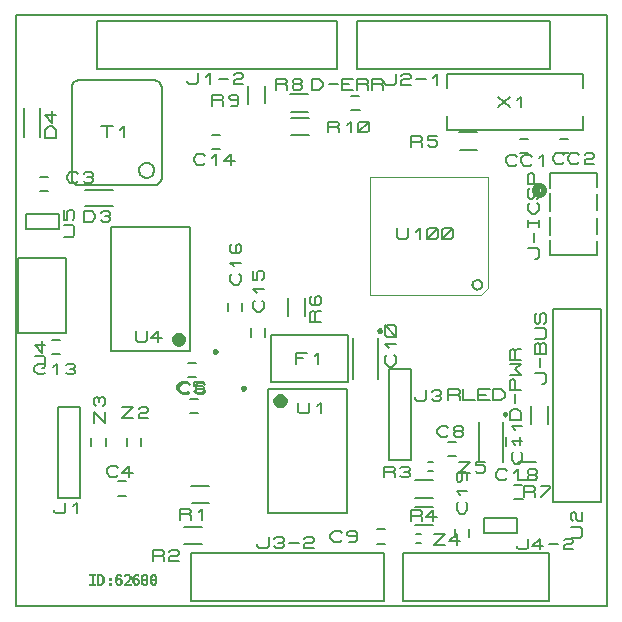
<source format=gto>
G04 PROTEUS RS274X GERBER FILE*
%FSLAX24Y24*%
%MOIN*%
%ADD33C,0.0080*%
%ADD36C,0.0098*%
%ADD37C,0.0078*%
%ADD38C,0.0236*%
%ADD39C,0.0040*%
%ADD10C,0.0200*%
%ADD40C,0.0060*%
%ADD41C,0.0025*%
G54D33*
X+0Y+0D02*
X+19685Y+0D01*
X+19685Y+19685D01*
X+0Y+19685D01*
X+0Y+0D01*
X+19685Y+0D01*
X+19685Y+19685D01*
X+0Y+19685D01*
X+0Y+0D01*
G54D36*
X+7627Y+7257D02*
X+7627Y+7260D01*
X+7626Y+7268D01*
X+7623Y+7276D01*
X+7619Y+7284D01*
X+7612Y+7292D01*
X+7604Y+7299D01*
X+7596Y+7303D01*
X+7588Y+7305D01*
X+7580Y+7306D01*
X+7578Y+7306D01*
X+7529Y+7257D02*
X+7529Y+7260D01*
X+7530Y+7268D01*
X+7533Y+7276D01*
X+7537Y+7284D01*
X+7544Y+7292D01*
X+7552Y+7299D01*
X+7560Y+7303D01*
X+7568Y+7305D01*
X+7576Y+7306D01*
X+7578Y+7306D01*
X+7529Y+7257D02*
X+7529Y+7254D01*
X+7530Y+7246D01*
X+7533Y+7238D01*
X+7537Y+7230D01*
X+7544Y+7222D01*
X+7552Y+7215D01*
X+7560Y+7211D01*
X+7568Y+7209D01*
X+7576Y+7208D01*
X+7578Y+7208D01*
X+7627Y+7257D02*
X+7627Y+7254D01*
X+7626Y+7246D01*
X+7623Y+7238D01*
X+7619Y+7230D01*
X+7612Y+7222D01*
X+7604Y+7215D01*
X+7596Y+7211D01*
X+7588Y+7209D01*
X+7580Y+7208D01*
X+7578Y+7208D01*
G54D37*
X+8405Y+3104D02*
X+11043Y+3104D01*
X+11043Y+7238D01*
X+8405Y+7238D01*
X+8405Y+3104D01*
G54D38*
X+8917Y+6844D02*
X+8917Y+6853D01*
X+8914Y+6872D01*
X+8907Y+6891D01*
X+8897Y+6910D01*
X+8881Y+6929D01*
X+8862Y+6944D01*
X+8843Y+6953D01*
X+8824Y+6959D01*
X+8805Y+6962D01*
X+8799Y+6962D01*
X+8681Y+6844D02*
X+8681Y+6853D01*
X+8684Y+6872D01*
X+8691Y+6891D01*
X+8701Y+6910D01*
X+8717Y+6929D01*
X+8736Y+6944D01*
X+8755Y+6953D01*
X+8774Y+6959D01*
X+8793Y+6962D01*
X+8799Y+6962D01*
X+8681Y+6844D02*
X+8681Y+6835D01*
X+8684Y+6816D01*
X+8691Y+6797D01*
X+8701Y+6778D01*
X+8717Y+6759D01*
X+8736Y+6744D01*
X+8755Y+6735D01*
X+8774Y+6729D01*
X+8793Y+6726D01*
X+8799Y+6726D01*
X+8917Y+6844D02*
X+8917Y+6835D01*
X+8914Y+6816D01*
X+8907Y+6797D01*
X+8897Y+6778D01*
X+8881Y+6759D01*
X+8862Y+6744D01*
X+8843Y+6735D01*
X+8824Y+6729D01*
X+8805Y+6726D01*
X+8799Y+6726D01*
G54D33*
X+9405Y+6777D02*
X+9405Y+6477D01*
X+9467Y+6417D01*
X+9717Y+6417D01*
X+9780Y+6477D01*
X+9780Y+6777D01*
X+10030Y+6657D02*
X+10155Y+6777D01*
X+10155Y+6417D01*
X+4167Y+5611D02*
X+4167Y+5341D01*
X+3687Y+5611D02*
X+3687Y+5331D01*
X+3534Y+6626D02*
X+3909Y+6626D01*
X+3534Y+6266D01*
X+3909Y+6266D01*
X+4096Y+6566D02*
X+4159Y+6626D01*
X+4346Y+6626D01*
X+4409Y+6566D01*
X+4409Y+6506D01*
X+4346Y+6446D01*
X+4159Y+6446D01*
X+4096Y+6386D01*
X+4096Y+6266D01*
X+4409Y+6266D01*
X+2984Y+5611D02*
X+2984Y+5341D01*
X+2504Y+5611D02*
X+2504Y+5331D01*
X+2593Y+6103D02*
X+2593Y+6478D01*
X+2953Y+6103D01*
X+2953Y+6478D01*
X+2653Y+6665D02*
X+2593Y+6728D01*
X+2593Y+6915D01*
X+2653Y+6978D01*
X+2713Y+6978D01*
X+2773Y+6915D01*
X+2833Y+6978D01*
X+2893Y+6978D01*
X+2953Y+6915D01*
X+2953Y+6728D01*
X+2893Y+6665D01*
X+2773Y+6790D02*
X+2773Y+6915D01*
X+5801Y+6907D02*
X+6071Y+6907D01*
X+5801Y+6427D02*
X+6081Y+6427D01*
X+5806Y+7127D02*
X+5743Y+7067D01*
X+5556Y+7067D01*
X+5431Y+7187D01*
X+5431Y+7307D01*
X+5556Y+7427D01*
X+5743Y+7427D01*
X+5806Y+7367D01*
X+6306Y+7367D02*
X+6243Y+7427D01*
X+6056Y+7427D01*
X+5993Y+7367D01*
X+5993Y+7127D01*
X+6056Y+7067D01*
X+6243Y+7067D01*
X+6306Y+7127D01*
X+6306Y+7187D01*
X+6243Y+7247D01*
X+5993Y+7247D01*
X+3387Y+4151D02*
X+3657Y+4151D01*
X+3387Y+3671D02*
X+3667Y+3671D01*
X+3392Y+4371D02*
X+3329Y+4311D01*
X+3142Y+4311D01*
X+3017Y+4431D01*
X+3017Y+4551D01*
X+3142Y+4671D01*
X+3329Y+4671D01*
X+3392Y+4611D01*
X+3892Y+4431D02*
X+3517Y+4431D01*
X+3767Y+4671D01*
X+3767Y+4311D01*
X+6009Y+7628D02*
X+5739Y+7628D01*
X+6009Y+8108D02*
X+5729Y+8108D01*
X+5754Y+7168D02*
X+5691Y+7108D01*
X+5504Y+7108D01*
X+5379Y+7228D01*
X+5379Y+7348D01*
X+5504Y+7468D01*
X+5691Y+7468D01*
X+5754Y+7408D01*
X+6254Y+7468D02*
X+5941Y+7468D01*
X+5941Y+7348D01*
X+6191Y+7348D01*
X+6254Y+7288D01*
X+6254Y+7168D01*
X+6191Y+7108D01*
X+6004Y+7108D01*
X+5941Y+7168D01*
X+5841Y+4014D02*
X+6441Y+4014D01*
X+5851Y+3434D02*
X+6441Y+3434D01*
X+5464Y+2879D02*
X+5464Y+3239D01*
X+5776Y+3239D01*
X+5839Y+3179D01*
X+5839Y+3119D01*
X+5776Y+3059D01*
X+5464Y+3059D01*
X+5776Y+3059D02*
X+5839Y+2999D01*
X+5839Y+2879D01*
X+6089Y+3119D02*
X+6214Y+3239D01*
X+6214Y+2879D01*
X+5586Y+2636D02*
X+6186Y+2636D01*
X+5596Y+2056D02*
X+6186Y+2056D01*
X+4549Y+1497D02*
X+4549Y+1857D01*
X+4861Y+1857D01*
X+4924Y+1797D01*
X+4924Y+1737D01*
X+4861Y+1677D01*
X+4549Y+1677D01*
X+4861Y+1677D02*
X+4924Y+1617D01*
X+4924Y+1497D01*
X+5111Y+1797D02*
X+5174Y+1857D01*
X+5361Y+1857D01*
X+5424Y+1797D01*
X+5424Y+1737D01*
X+5361Y+1677D01*
X+5174Y+1677D01*
X+5111Y+1617D01*
X+5111Y+1497D01*
X+5424Y+1497D01*
X+2125Y+3606D02*
X+1397Y+3606D01*
X+1397Y+6637D01*
X+2145Y+6637D01*
X+2145Y+3606D01*
X+1271Y+3206D02*
X+1271Y+3146D01*
X+1333Y+3086D01*
X+1583Y+3086D01*
X+1646Y+3146D01*
X+1646Y+3446D01*
X+1896Y+3326D02*
X+2021Y+3446D01*
X+2021Y+3086D01*
X+15535Y+10708D02*
X+15535Y+10720D01*
X+15530Y+10746D01*
X+15522Y+10772D01*
X+15507Y+10798D01*
X+15485Y+10824D01*
X+15459Y+10844D01*
X+15433Y+10857D01*
X+15407Y+10865D01*
X+15381Y+10868D01*
X+15375Y+10868D01*
X+15215Y+10708D02*
X+15215Y+10720D01*
X+15220Y+10746D01*
X+15228Y+10772D01*
X+15243Y+10798D01*
X+15265Y+10824D01*
X+15291Y+10844D01*
X+15317Y+10857D01*
X+15343Y+10865D01*
X+15369Y+10868D01*
X+15375Y+10868D01*
X+15215Y+10708D02*
X+15215Y+10696D01*
X+15220Y+10670D01*
X+15228Y+10644D01*
X+15243Y+10618D01*
X+15265Y+10592D01*
X+15291Y+10572D01*
X+15317Y+10559D01*
X+15343Y+10551D01*
X+15369Y+10548D01*
X+15375Y+10548D01*
X+15535Y+10708D02*
X+15535Y+10696D01*
X+15530Y+10670D01*
X+15522Y+10644D01*
X+15507Y+10618D01*
X+15485Y+10592D01*
X+15459Y+10572D01*
X+15433Y+10559D01*
X+15407Y+10551D01*
X+15381Y+10548D01*
X+15375Y+10548D01*
G54D39*
X+15511Y+10355D02*
X+11810Y+10355D01*
X+11810Y+14292D01*
X+15747Y+14292D01*
X+15747Y+10591D01*
X+15511Y+10355D01*
G54D33*
X+12700Y+12597D02*
X+12700Y+12297D01*
X+12762Y+12237D01*
X+13012Y+12237D01*
X+13075Y+12297D01*
X+13075Y+12597D01*
X+13325Y+12477D02*
X+13450Y+12597D01*
X+13450Y+12237D01*
X+13700Y+12297D02*
X+13700Y+12537D01*
X+13762Y+12597D01*
X+14012Y+12597D01*
X+14075Y+12537D01*
X+14075Y+12297D01*
X+14012Y+12237D01*
X+13762Y+12237D01*
X+13700Y+12297D01*
X+13700Y+12237D02*
X+14075Y+12597D01*
X+14200Y+12297D02*
X+14200Y+12537D01*
X+14262Y+12597D01*
X+14512Y+12597D01*
X+14575Y+12537D01*
X+14575Y+12297D01*
X+14512Y+12237D01*
X+14262Y+12237D01*
X+14200Y+12297D01*
X+14200Y+12237D02*
X+14575Y+12597D01*
X+13290Y+4190D02*
X+13890Y+4190D01*
X+13300Y+3610D02*
X+13890Y+3610D01*
X+12253Y+4283D02*
X+12253Y+4643D01*
X+12565Y+4643D01*
X+12628Y+4583D01*
X+12628Y+4523D01*
X+12565Y+4463D01*
X+12253Y+4463D01*
X+12565Y+4463D02*
X+12628Y+4403D01*
X+12628Y+4283D01*
X+12815Y+4583D02*
X+12878Y+4643D01*
X+13065Y+4643D01*
X+13128Y+4583D01*
X+13128Y+4523D01*
X+13065Y+4463D01*
X+13128Y+4403D01*
X+13128Y+4343D01*
X+13065Y+4283D01*
X+12878Y+4283D01*
X+12815Y+4343D01*
X+12940Y+4463D02*
X+13065Y+4463D01*
X+2692Y+17909D02*
X+10708Y+17909D01*
X+10708Y+19503D01*
X+2692Y+19503D01*
X+2692Y+17909D01*
X+5700Y+17509D02*
X+5700Y+17449D01*
X+5762Y+17389D01*
X+6012Y+17389D01*
X+6075Y+17449D01*
X+6075Y+17749D01*
X+6325Y+17629D02*
X+6450Y+17749D01*
X+6450Y+17389D01*
X+6762Y+17569D02*
X+7075Y+17569D01*
X+7262Y+17689D02*
X+7325Y+17749D01*
X+7512Y+17749D01*
X+7575Y+17689D01*
X+7575Y+17629D01*
X+7512Y+17569D01*
X+7325Y+17569D01*
X+7262Y+17509D01*
X+7262Y+17389D01*
X+7575Y+17389D01*
X+11354Y+17909D02*
X+17795Y+17909D01*
X+17795Y+19503D01*
X+11354Y+19503D01*
X+11354Y+17909D01*
X+12275Y+17489D02*
X+12275Y+17429D01*
X+12337Y+17369D01*
X+12587Y+17369D01*
X+12650Y+17429D01*
X+12650Y+17729D01*
X+12837Y+17669D02*
X+12900Y+17729D01*
X+13087Y+17729D01*
X+13150Y+17669D01*
X+13150Y+17609D01*
X+13087Y+17549D01*
X+12900Y+17549D01*
X+12837Y+17489D01*
X+12837Y+17369D01*
X+13150Y+17369D01*
X+13337Y+17549D02*
X+13650Y+17549D01*
X+13900Y+17609D02*
X+14025Y+17729D01*
X+14025Y+17369D01*
X+5826Y+181D02*
X+12267Y+181D01*
X+12267Y+1775D01*
X+5826Y+1775D01*
X+5826Y+181D01*
X+8047Y+2055D02*
X+8047Y+1995D01*
X+8109Y+1935D01*
X+8359Y+1935D01*
X+8422Y+1995D01*
X+8422Y+2295D01*
X+8609Y+2235D02*
X+8672Y+2295D01*
X+8859Y+2295D01*
X+8922Y+2235D01*
X+8922Y+2175D01*
X+8859Y+2115D01*
X+8922Y+2055D01*
X+8922Y+1995D01*
X+8859Y+1935D01*
X+8672Y+1935D01*
X+8609Y+1995D01*
X+8734Y+2115D02*
X+8859Y+2115D01*
X+9109Y+2115D02*
X+9422Y+2115D01*
X+9609Y+2235D02*
X+9672Y+2295D01*
X+9859Y+2295D01*
X+9922Y+2235D01*
X+9922Y+2175D01*
X+9859Y+2115D01*
X+9672Y+2115D01*
X+9609Y+2055D01*
X+9609Y+1935D01*
X+9922Y+1935D01*
X+12913Y+181D02*
X+17779Y+181D01*
X+17779Y+1775D01*
X+12913Y+1775D01*
X+12913Y+181D01*
X+16703Y+2005D02*
X+16703Y+1945D01*
X+16765Y+1885D01*
X+17015Y+1885D01*
X+17078Y+1945D01*
X+17078Y+2245D01*
X+17578Y+2005D02*
X+17203Y+2005D01*
X+17453Y+2245D01*
X+17453Y+1885D01*
X+17765Y+2065D02*
X+18078Y+2065D01*
X+18265Y+2185D02*
X+18328Y+2245D01*
X+18515Y+2245D01*
X+18578Y+2185D01*
X+18578Y+2125D01*
X+18515Y+2065D01*
X+18328Y+2065D01*
X+18265Y+2005D01*
X+18265Y+1885D01*
X+18578Y+1885D01*
G54D37*
X+14366Y+17272D02*
X+14366Y+17744D01*
X+18894Y+17744D01*
X+18894Y+17272D01*
X+14366Y+16327D02*
X+14366Y+15855D01*
X+18894Y+15855D01*
X+18894Y+16327D01*
G54D33*
X+16076Y+16981D02*
X+16451Y+16621D01*
X+16076Y+16621D02*
X+16451Y+16981D01*
X+16701Y+16861D02*
X+16826Y+16981D01*
X+16826Y+16621D01*
X+16790Y+15580D02*
X+17060Y+15580D01*
X+16790Y+15100D02*
X+17070Y+15100D01*
X+16695Y+14742D02*
X+16632Y+14682D01*
X+16445Y+14682D01*
X+16320Y+14802D01*
X+16320Y+14922D01*
X+16445Y+15042D01*
X+16632Y+15042D01*
X+16695Y+14982D01*
X+17195Y+14742D02*
X+17132Y+14682D01*
X+16945Y+14682D01*
X+16820Y+14802D01*
X+16820Y+14922D01*
X+16945Y+15042D01*
X+17132Y+15042D01*
X+17195Y+14982D01*
X+17445Y+14922D02*
X+17570Y+15042D01*
X+17570Y+14682D01*
X+18140Y+15580D02*
X+18410Y+15580D01*
X+18140Y+15100D02*
X+18420Y+15100D01*
X+18262Y+14793D02*
X+18199Y+14733D01*
X+18012Y+14733D01*
X+17887Y+14853D01*
X+17887Y+14973D01*
X+18012Y+15093D01*
X+18199Y+15093D01*
X+18262Y+15033D01*
X+18762Y+14793D02*
X+18699Y+14733D01*
X+18512Y+14733D01*
X+18387Y+14853D01*
X+18387Y+14973D01*
X+18512Y+15093D01*
X+18699Y+15093D01*
X+18762Y+15033D01*
X+18949Y+15033D02*
X+19012Y+15093D01*
X+19199Y+15093D01*
X+19262Y+15033D01*
X+19262Y+14973D01*
X+19199Y+14913D01*
X+19012Y+14913D01*
X+18949Y+14853D01*
X+18949Y+14733D01*
X+19262Y+14733D01*
G54D10*
X+17600Y+13850D02*
X+17600Y+13861D01*
X+17596Y+13885D01*
X+17588Y+13909D01*
X+17575Y+13933D01*
X+17555Y+13957D01*
X+17531Y+13976D01*
X+17507Y+13989D01*
X+17483Y+13996D01*
X+17459Y+14000D01*
X+17450Y+14000D01*
X+17300Y+13850D02*
X+17300Y+13861D01*
X+17304Y+13885D01*
X+17312Y+13909D01*
X+17325Y+13933D01*
X+17345Y+13957D01*
X+17369Y+13976D01*
X+17393Y+13989D01*
X+17417Y+13996D01*
X+17441Y+14000D01*
X+17450Y+14000D01*
X+17300Y+13850D02*
X+17300Y+13839D01*
X+17304Y+13815D01*
X+17312Y+13791D01*
X+17325Y+13767D01*
X+17345Y+13743D01*
X+17369Y+13724D01*
X+17393Y+13711D01*
X+17417Y+13704D01*
X+17441Y+13700D01*
X+17450Y+13700D01*
X+17600Y+13850D02*
X+17600Y+13839D01*
X+17596Y+13815D01*
X+17588Y+13791D01*
X+17575Y+13767D01*
X+17555Y+13743D01*
X+17531Y+13724D01*
X+17507Y+13711D01*
X+17483Y+13704D01*
X+17459Y+13700D01*
X+17450Y+13700D01*
G54D40*
X+17803Y+14437D02*
X+17803Y+13938D01*
X+17803Y+11687D02*
X+19373Y+11687D01*
X+19373Y+12150D01*
X+19373Y+14437D02*
X+17803Y+14437D01*
X+19373Y+12400D02*
X+19373Y+12937D01*
X+17803Y+12186D02*
X+17803Y+11687D01*
X+19373Y+13187D02*
X+19373Y+13725D01*
X+17803Y+12974D02*
X+17803Y+12363D01*
X+19373Y+13974D02*
X+19373Y+14437D01*
X+17803Y+13761D02*
X+17803Y+13150D01*
G54D33*
X+17313Y+11562D02*
X+17373Y+11562D01*
X+17433Y+11624D01*
X+17433Y+11874D01*
X+17373Y+11937D01*
X+17073Y+11937D01*
X+17253Y+12124D02*
X+17253Y+12437D01*
X+17073Y+12624D02*
X+17073Y+12874D01*
X+17073Y+12749D02*
X+17433Y+12749D01*
X+17433Y+12624D02*
X+17433Y+12874D01*
X+17373Y+13437D02*
X+17433Y+13374D01*
X+17433Y+13187D01*
X+17313Y+13062D01*
X+17193Y+13062D01*
X+17073Y+13187D01*
X+17073Y+13374D01*
X+17133Y+13437D01*
X+17373Y+13562D02*
X+17433Y+13624D01*
X+17433Y+13874D01*
X+17373Y+13937D01*
X+17313Y+13937D01*
X+17253Y+13874D01*
X+17253Y+13624D01*
X+17193Y+13562D01*
X+17133Y+13562D01*
X+17073Y+13624D01*
X+17073Y+13874D01*
X+17133Y+13937D01*
X+17433Y+14062D02*
X+17073Y+14062D01*
X+17073Y+14374D01*
X+17133Y+14437D01*
X+17193Y+14437D01*
X+17253Y+14374D01*
X+17253Y+14062D01*
X+17909Y+3464D02*
X+19503Y+3464D01*
X+19503Y+9905D01*
X+17909Y+9905D01*
X+17909Y+3464D01*
X+17531Y+7403D02*
X+17591Y+7403D01*
X+17651Y+7465D01*
X+17651Y+7715D01*
X+17591Y+7778D01*
X+17291Y+7778D01*
X+17471Y+7965D02*
X+17471Y+8278D01*
X+17651Y+8403D02*
X+17291Y+8403D01*
X+17291Y+8715D01*
X+17351Y+8778D01*
X+17411Y+8778D01*
X+17471Y+8715D01*
X+17531Y+8778D01*
X+17591Y+8778D01*
X+17651Y+8715D01*
X+17651Y+8403D01*
X+17471Y+8403D02*
X+17471Y+8715D01*
X+17291Y+8903D02*
X+17591Y+8903D01*
X+17651Y+8965D01*
X+17651Y+9215D01*
X+17591Y+9278D01*
X+17291Y+9278D01*
X+17591Y+9403D02*
X+17651Y+9465D01*
X+17651Y+9715D01*
X+17591Y+9778D01*
X+17531Y+9778D01*
X+17471Y+9715D01*
X+17471Y+9465D01*
X+17411Y+9403D01*
X+17351Y+9403D01*
X+17291Y+9465D01*
X+17291Y+9715D01*
X+17351Y+9778D01*
X+14780Y+15790D02*
X+15380Y+15790D01*
X+14790Y+15210D02*
X+15380Y+15210D01*
X+13170Y+15300D02*
X+13170Y+15660D01*
X+13482Y+15660D01*
X+13545Y+15600D01*
X+13545Y+15540D01*
X+13482Y+15480D01*
X+13170Y+15480D01*
X+13482Y+15480D02*
X+13545Y+15420D01*
X+13545Y+15300D01*
X+14045Y+15660D02*
X+13732Y+15660D01*
X+13732Y+15540D01*
X+13982Y+15540D01*
X+14045Y+15480D01*
X+14045Y+15360D01*
X+13982Y+15300D01*
X+13795Y+15300D01*
X+13732Y+15360D01*
G54D36*
X+6684Y+8483D02*
X+6684Y+8486D01*
X+6683Y+8494D01*
X+6680Y+8502D01*
X+6676Y+8510D01*
X+6669Y+8518D01*
X+6661Y+8525D01*
X+6653Y+8529D01*
X+6645Y+8531D01*
X+6637Y+8532D01*
X+6635Y+8532D01*
X+6586Y+8483D02*
X+6586Y+8486D01*
X+6587Y+8494D01*
X+6590Y+8502D01*
X+6594Y+8510D01*
X+6601Y+8518D01*
X+6609Y+8525D01*
X+6617Y+8529D01*
X+6625Y+8531D01*
X+6633Y+8532D01*
X+6635Y+8532D01*
X+6586Y+8483D02*
X+6586Y+8480D01*
X+6587Y+8472D01*
X+6590Y+8464D01*
X+6594Y+8456D01*
X+6601Y+8448D01*
X+6609Y+8441D01*
X+6617Y+8437D01*
X+6625Y+8435D01*
X+6633Y+8434D01*
X+6635Y+8434D01*
X+6684Y+8483D02*
X+6684Y+8480D01*
X+6683Y+8472D01*
X+6680Y+8464D01*
X+6676Y+8456D01*
X+6669Y+8448D01*
X+6661Y+8441D01*
X+6653Y+8437D01*
X+6645Y+8435D01*
X+6637Y+8434D01*
X+6635Y+8434D01*
G54D37*
X+5808Y+12636D02*
X+3170Y+12636D01*
X+3170Y+8503D01*
X+5808Y+8503D01*
X+5808Y+12636D01*
G54D38*
X+5532Y+8896D02*
X+5532Y+8905D01*
X+5529Y+8924D01*
X+5522Y+8943D01*
X+5512Y+8962D01*
X+5496Y+8981D01*
X+5477Y+8996D01*
X+5458Y+9005D01*
X+5439Y+9011D01*
X+5420Y+9014D01*
X+5414Y+9014D01*
X+5296Y+8896D02*
X+5296Y+8905D01*
X+5299Y+8924D01*
X+5306Y+8943D01*
X+5316Y+8962D01*
X+5332Y+8981D01*
X+5351Y+8996D01*
X+5370Y+9005D01*
X+5389Y+9011D01*
X+5408Y+9014D01*
X+5414Y+9014D01*
X+5296Y+8896D02*
X+5296Y+8887D01*
X+5299Y+8868D01*
X+5306Y+8849D01*
X+5316Y+8830D01*
X+5332Y+8811D01*
X+5351Y+8796D01*
X+5370Y+8787D01*
X+5389Y+8781D01*
X+5408Y+8778D01*
X+5414Y+8778D01*
X+5532Y+8896D02*
X+5532Y+8887D01*
X+5529Y+8868D01*
X+5522Y+8849D01*
X+5512Y+8830D01*
X+5496Y+8811D01*
X+5477Y+8796D01*
X+5458Y+8787D01*
X+5439Y+8781D01*
X+5420Y+8778D01*
X+5414Y+8778D01*
G54D33*
X+3989Y+9170D02*
X+3989Y+8870D01*
X+4051Y+8810D01*
X+4301Y+8810D01*
X+4364Y+8870D01*
X+4364Y+9170D01*
X+4864Y+8930D02*
X+4489Y+8930D01*
X+4739Y+9170D01*
X+4739Y+8810D01*
X+12445Y+7896D02*
X+13174Y+7896D01*
X+13174Y+4864D01*
X+12425Y+4864D01*
X+12425Y+7896D01*
X+13303Y+6955D02*
X+13303Y+6895D01*
X+13365Y+6835D01*
X+13615Y+6835D01*
X+13678Y+6895D01*
X+13678Y+7195D01*
X+13865Y+7135D02*
X+13928Y+7195D01*
X+14115Y+7195D01*
X+14178Y+7135D01*
X+14178Y+7075D01*
X+14115Y+7015D01*
X+14178Y+6955D01*
X+14178Y+6895D01*
X+14115Y+6835D01*
X+13928Y+6835D01*
X+13865Y+6895D01*
X+13990Y+7015D02*
X+14115Y+7015D01*
X+14400Y+5480D02*
X+14670Y+5480D01*
X+14400Y+5000D02*
X+14680Y+5000D01*
X+14405Y+5700D02*
X+14342Y+5640D01*
X+14155Y+5640D01*
X+14030Y+5760D01*
X+14030Y+5880D01*
X+14155Y+6000D01*
X+14342Y+6000D01*
X+14405Y+5940D01*
X+14655Y+5820D02*
X+14592Y+5880D01*
X+14592Y+5940D01*
X+14655Y+6000D01*
X+14842Y+6000D01*
X+14905Y+5940D01*
X+14905Y+5880D01*
X+14842Y+5820D01*
X+14655Y+5820D01*
X+14592Y+5760D01*
X+14592Y+5700D01*
X+14655Y+5640D01*
X+14842Y+5640D01*
X+14905Y+5700D01*
X+14905Y+5760D01*
X+14842Y+5820D01*
X+12310Y+2070D02*
X+12040Y+2070D01*
X+12310Y+2550D02*
X+12030Y+2550D01*
X+10854Y+2200D02*
X+10791Y+2140D01*
X+10604Y+2140D01*
X+10479Y+2260D01*
X+10479Y+2380D01*
X+10604Y+2500D01*
X+10791Y+2500D01*
X+10854Y+2440D01*
X+11354Y+2380D02*
X+11291Y+2320D01*
X+11104Y+2320D01*
X+11041Y+2380D01*
X+11041Y+2440D01*
X+11104Y+2500D01*
X+11291Y+2500D01*
X+11354Y+2440D01*
X+11354Y+2200D01*
X+11291Y+2140D01*
X+11104Y+2140D01*
X+13290Y+3290D02*
X+13890Y+3290D01*
X+13300Y+2710D02*
X+13890Y+2710D01*
X+13157Y+2834D02*
X+13157Y+3194D01*
X+13469Y+3194D01*
X+13532Y+3134D01*
X+13532Y+3074D01*
X+13469Y+3014D01*
X+13157Y+3014D01*
X+13469Y+3014D02*
X+13532Y+2954D01*
X+13532Y+2834D01*
X+14032Y+2954D02*
X+13657Y+2954D01*
X+13907Y+3194D01*
X+13907Y+2834D01*
X+13500Y+2090D02*
X+13320Y+2090D01*
X+13500Y+2410D02*
X+13320Y+2410D01*
X+13939Y+2400D02*
X+14314Y+2400D01*
X+13939Y+2040D01*
X+14314Y+2040D01*
X+14814Y+2160D02*
X+14439Y+2160D01*
X+14689Y+2400D01*
X+14689Y+2040D01*
X+13720Y+4810D02*
X+13900Y+4810D01*
X+13720Y+4490D02*
X+13900Y+4490D01*
X+14756Y+4808D02*
X+15131Y+4808D01*
X+14756Y+4448D01*
X+15131Y+4448D01*
X+15631Y+4808D02*
X+15318Y+4808D01*
X+15318Y+4688D01*
X+15568Y+4688D01*
X+15631Y+4628D01*
X+15631Y+4508D01*
X+15568Y+4448D01*
X+15381Y+4448D01*
X+15318Y+4508D01*
X+11052Y+7462D02*
X+8493Y+7462D01*
X+8493Y+9037D01*
X+11052Y+9037D01*
X+11052Y+7462D01*
X+9330Y+8081D02*
X+9330Y+8441D01*
X+9705Y+8441D01*
X+9330Y+8261D02*
X+9580Y+8261D01*
X+9955Y+8321D02*
X+10080Y+8441D01*
X+10080Y+8081D01*
G54D36*
X+12171Y+9177D02*
X+12171Y+9180D01*
X+12170Y+9188D01*
X+12167Y+9196D01*
X+12163Y+9204D01*
X+12156Y+9212D01*
X+12148Y+9219D01*
X+12140Y+9223D01*
X+12132Y+9225D01*
X+12124Y+9226D01*
X+12122Y+9226D01*
X+12073Y+9177D02*
X+12073Y+9180D01*
X+12074Y+9188D01*
X+12077Y+9196D01*
X+12081Y+9204D01*
X+12088Y+9212D01*
X+12096Y+9219D01*
X+12104Y+9223D01*
X+12112Y+9225D01*
X+12120Y+9226D01*
X+12122Y+9226D01*
X+12073Y+9177D02*
X+12073Y+9174D01*
X+12074Y+9166D01*
X+12077Y+9158D01*
X+12081Y+9150D01*
X+12088Y+9142D01*
X+12096Y+9135D01*
X+12104Y+9131D01*
X+12112Y+9129D01*
X+12120Y+9128D01*
X+12122Y+9128D01*
X+12171Y+9177D02*
X+12171Y+9174D01*
X+12170Y+9166D01*
X+12167Y+9158D01*
X+12163Y+9150D01*
X+12156Y+9142D01*
X+12148Y+9135D01*
X+12140Y+9131D01*
X+12132Y+9129D01*
X+12124Y+9128D01*
X+12122Y+9128D01*
G54D37*
X+12053Y+8921D02*
X+12053Y+7582D01*
X+11246Y+8921D02*
X+11246Y+7582D01*
G54D33*
X+12601Y+8354D02*
X+12661Y+8291D01*
X+12661Y+8104D01*
X+12541Y+7979D01*
X+12421Y+7979D01*
X+12301Y+8104D01*
X+12301Y+8291D01*
X+12361Y+8354D01*
X+12421Y+8604D02*
X+12301Y+8729D01*
X+12661Y+8729D01*
X+12601Y+8979D02*
X+12361Y+8979D01*
X+12301Y+9041D01*
X+12301Y+9291D01*
X+12361Y+9354D01*
X+12601Y+9354D01*
X+12661Y+9291D01*
X+12661Y+9041D01*
X+12601Y+8979D01*
X+12661Y+8979D02*
X+12301Y+9354D01*
X+82Y+9110D02*
X+1677Y+9110D01*
X+1677Y+11614D01*
X+82Y+11614D01*
X+82Y+9110D01*
X+856Y+7948D02*
X+916Y+7948D01*
X+976Y+8010D01*
X+976Y+8260D01*
X+916Y+8323D01*
X+616Y+8323D01*
X+856Y+8823D02*
X+856Y+8448D01*
X+616Y+8698D01*
X+976Y+8698D01*
X+4853Y+14273D02*
X+4834Y+14174D01*
X+4781Y+14095D01*
X+4702Y+14042D01*
X+4603Y+14023D01*
X+1853Y+14273D02*
X+1872Y+14174D01*
X+1925Y+14095D01*
X+2004Y+14042D01*
X+2103Y+14023D01*
X+4603Y+17523D02*
X+4702Y+17504D01*
X+4781Y+17451D01*
X+4834Y+17372D01*
X+4853Y+17273D01*
X+1853Y+17273D02*
X+1872Y+17372D01*
X+1925Y+17451D01*
X+2004Y+17504D01*
X+2103Y+17523D01*
X+4603Y+14023D02*
X+2103Y+14023D01*
X+4853Y+14273D02*
X+4853Y+17273D01*
X+4603Y+17523D02*
X+2103Y+17523D01*
X+1853Y+14273D02*
X+1853Y+17273D01*
X+4603Y+14523D02*
X+4602Y+14543D01*
X+4595Y+14584D01*
X+4581Y+14625D01*
X+4558Y+14666D01*
X+4523Y+14706D01*
X+4482Y+14737D01*
X+4441Y+14757D01*
X+4400Y+14769D01*
X+4359Y+14773D01*
X+4353Y+14773D01*
X+4103Y+14523D02*
X+4104Y+14543D01*
X+4111Y+14584D01*
X+4125Y+14625D01*
X+4148Y+14666D01*
X+4183Y+14706D01*
X+4224Y+14737D01*
X+4265Y+14757D01*
X+4306Y+14769D01*
X+4347Y+14773D01*
X+4353Y+14773D01*
X+4103Y+14523D02*
X+4104Y+14503D01*
X+4111Y+14462D01*
X+4125Y+14421D01*
X+4148Y+14380D01*
X+4183Y+14340D01*
X+4224Y+14309D01*
X+4265Y+14289D01*
X+4306Y+14277D01*
X+4347Y+14273D01*
X+4353Y+14273D01*
X+4603Y+14523D02*
X+4602Y+14503D01*
X+4595Y+14462D01*
X+4581Y+14421D01*
X+4558Y+14380D01*
X+4523Y+14340D01*
X+4482Y+14309D01*
X+4441Y+14289D01*
X+4400Y+14277D01*
X+4359Y+14273D01*
X+4353Y+14273D01*
X+2843Y+15989D02*
X+3218Y+15989D01*
X+3030Y+15989D02*
X+3030Y+15629D01*
X+3468Y+15869D02*
X+3593Y+15989D01*
X+3593Y+15629D01*
X+3241Y+13324D02*
X+2296Y+13324D01*
X+3241Y+13875D02*
X+2296Y+13875D01*
X+2269Y+12804D02*
X+2269Y+13164D01*
X+2519Y+13164D01*
X+2644Y+13044D01*
X+2644Y+12924D01*
X+2519Y+12804D01*
X+2269Y+12804D01*
X+2831Y+13104D02*
X+2894Y+13164D01*
X+3081Y+13164D01*
X+3144Y+13104D01*
X+3144Y+13044D01*
X+3081Y+12984D01*
X+3144Y+12924D01*
X+3144Y+12864D01*
X+3081Y+12804D01*
X+2894Y+12804D01*
X+2831Y+12864D01*
X+2956Y+12984D02*
X+3081Y+12984D01*
X+815Y+16583D02*
X+815Y+15638D01*
X+264Y+16583D02*
X+264Y+15638D01*
X+1335Y+15610D02*
X+975Y+15610D01*
X+975Y+15860D01*
X+1095Y+15985D01*
X+1215Y+15985D01*
X+1335Y+15860D01*
X+1335Y+15610D01*
X+1215Y+16485D02*
X+1215Y+16110D01*
X+975Y+16360D01*
X+1335Y+16360D01*
X+323Y+12562D02*
X+1423Y+12562D01*
X+1423Y+13062D01*
X+323Y+13062D01*
X+323Y+12562D01*
X+1583Y+12308D02*
X+1883Y+12308D01*
X+1943Y+12370D01*
X+1943Y+12620D01*
X+1883Y+12683D01*
X+1583Y+12683D01*
X+1583Y+13183D02*
X+1583Y+12870D01*
X+1703Y+12870D01*
X+1703Y+13120D01*
X+1763Y+13183D01*
X+1883Y+13183D01*
X+1943Y+13120D01*
X+1943Y+12933D01*
X+1883Y+12870D01*
X+1080Y+13820D02*
X+810Y+13820D01*
X+1080Y+14300D02*
X+800Y+14300D01*
X+2065Y+14167D02*
X+2002Y+14107D01*
X+1815Y+14107D01*
X+1690Y+14227D01*
X+1690Y+14347D01*
X+1815Y+14467D01*
X+2002Y+14467D01*
X+2065Y+14407D01*
X+2252Y+14407D02*
X+2315Y+14467D01*
X+2502Y+14467D01*
X+2565Y+14407D01*
X+2565Y+14347D01*
X+2502Y+14287D01*
X+2565Y+14227D01*
X+2565Y+14167D01*
X+2502Y+14107D01*
X+2315Y+14107D01*
X+2252Y+14167D01*
X+2377Y+14287D02*
X+2502Y+14287D01*
X+1200Y+8880D02*
X+1470Y+8880D01*
X+1200Y+8400D02*
X+1480Y+8400D01*
X+974Y+7781D02*
X+911Y+7721D01*
X+724Y+7721D01*
X+599Y+7841D01*
X+599Y+7961D01*
X+724Y+8081D01*
X+911Y+8081D01*
X+974Y+8021D01*
X+1224Y+7961D02*
X+1349Y+8081D01*
X+1349Y+7721D01*
X+1661Y+8021D02*
X+1724Y+8081D01*
X+1911Y+8081D01*
X+1974Y+8021D01*
X+1974Y+7961D01*
X+1911Y+7901D01*
X+1974Y+7841D01*
X+1974Y+7781D01*
X+1911Y+7721D01*
X+1724Y+7721D01*
X+1661Y+7781D01*
X+1786Y+7901D02*
X+1911Y+7901D01*
X+8300Y+9250D02*
X+8300Y+8980D01*
X+7820Y+9250D02*
X+7820Y+8970D01*
X+8208Y+10182D02*
X+8268Y+10119D01*
X+8268Y+9932D01*
X+8148Y+9807D01*
X+8028Y+9807D01*
X+7908Y+9932D01*
X+7908Y+10119D01*
X+7968Y+10182D01*
X+8028Y+10432D02*
X+7908Y+10557D01*
X+8268Y+10557D01*
X+7908Y+11182D02*
X+7908Y+10869D01*
X+8028Y+10869D01*
X+8028Y+11119D01*
X+8088Y+11182D01*
X+8208Y+11182D01*
X+8268Y+11119D01*
X+8268Y+10932D01*
X+8208Y+10869D01*
X+7540Y+10100D02*
X+7540Y+9830D01*
X+7060Y+10100D02*
X+7060Y+9820D01*
X+7448Y+11071D02*
X+7508Y+11008D01*
X+7508Y+10821D01*
X+7388Y+10696D01*
X+7268Y+10696D01*
X+7148Y+10821D01*
X+7148Y+11008D01*
X+7208Y+11071D01*
X+7268Y+11321D02*
X+7148Y+11446D01*
X+7508Y+11446D01*
X+7208Y+12071D02*
X+7148Y+12008D01*
X+7148Y+11821D01*
X+7208Y+11758D01*
X+7448Y+11758D01*
X+7508Y+11821D01*
X+7508Y+12008D01*
X+7448Y+12071D01*
X+7388Y+12071D01*
X+7328Y+12008D01*
X+7328Y+11758D01*
X+9640Y+10260D02*
X+9640Y+9660D01*
X+9060Y+10250D02*
X+9060Y+9660D01*
X+10160Y+9470D02*
X+9800Y+9470D01*
X+9800Y+9782D01*
X+9860Y+9845D01*
X+9920Y+9845D01*
X+9980Y+9782D01*
X+9980Y+9470D01*
X+9980Y+9782D02*
X+10040Y+9845D01*
X+10160Y+9845D01*
X+9860Y+10345D02*
X+9800Y+10282D01*
X+9800Y+10095D01*
X+9860Y+10032D01*
X+10100Y+10032D01*
X+10160Y+10095D01*
X+10160Y+10282D01*
X+10100Y+10345D01*
X+10040Y+10345D01*
X+9980Y+10282D01*
X+9980Y+10032D01*
X+6796Y+15222D02*
X+6526Y+15222D01*
X+6796Y+15702D02*
X+6516Y+15702D01*
X+6291Y+14762D02*
X+6228Y+14702D01*
X+6041Y+14702D01*
X+5916Y+14822D01*
X+5916Y+14942D01*
X+6041Y+15062D01*
X+6228Y+15062D01*
X+6291Y+15002D01*
X+6541Y+14942D02*
X+6666Y+15062D01*
X+6666Y+14702D01*
X+7291Y+14822D02*
X+6916Y+14822D01*
X+7166Y+15062D01*
X+7166Y+14702D01*
X+17330Y+4210D02*
X+16730Y+4210D01*
X+17320Y+4790D02*
X+16730Y+4790D01*
X+16935Y+3630D02*
X+16935Y+3990D01*
X+17247Y+3990D01*
X+17310Y+3930D01*
X+17310Y+3870D01*
X+17247Y+3810D01*
X+16935Y+3810D01*
X+17247Y+3810D02*
X+17310Y+3750D01*
X+17310Y+3630D01*
X+17497Y+3990D02*
X+17810Y+3990D01*
X+17810Y+3930D01*
X+17497Y+3630D01*
X+9140Y+17050D02*
X+9740Y+17050D01*
X+9150Y+16470D02*
X+9740Y+16470D01*
X+8654Y+17210D02*
X+8654Y+17570D01*
X+8966Y+17570D01*
X+9029Y+17510D01*
X+9029Y+17450D01*
X+8966Y+17390D01*
X+8654Y+17390D01*
X+8966Y+17390D02*
X+9029Y+17330D01*
X+9029Y+17210D01*
X+9279Y+17390D02*
X+9216Y+17450D01*
X+9216Y+17510D01*
X+9279Y+17570D01*
X+9466Y+17570D01*
X+9529Y+17510D01*
X+9529Y+17450D01*
X+9466Y+17390D01*
X+9279Y+17390D01*
X+9216Y+17330D01*
X+9216Y+17270D01*
X+9279Y+17210D01*
X+9466Y+17210D01*
X+9529Y+17270D01*
X+9529Y+17330D01*
X+9466Y+17390D01*
X+7721Y+16747D02*
X+7721Y+17347D01*
X+8301Y+16757D02*
X+8301Y+17347D01*
X+6539Y+16678D02*
X+6539Y+17038D01*
X+6851Y+17038D01*
X+6914Y+16978D01*
X+6914Y+16918D01*
X+6851Y+16858D01*
X+6539Y+16858D01*
X+6851Y+16858D02*
X+6914Y+16798D01*
X+6914Y+16678D01*
X+7414Y+16918D02*
X+7351Y+16858D01*
X+7164Y+16858D01*
X+7101Y+16918D01*
X+7101Y+16978D01*
X+7164Y+17038D01*
X+7351Y+17038D01*
X+7414Y+16978D01*
X+7414Y+16738D01*
X+7351Y+16678D01*
X+7164Y+16678D01*
X+9168Y+16274D02*
X+9768Y+16274D01*
X+9178Y+15694D02*
X+9768Y+15694D01*
X+10401Y+15784D02*
X+10401Y+16144D01*
X+10713Y+16144D01*
X+10776Y+16084D01*
X+10776Y+16024D01*
X+10713Y+15964D01*
X+10401Y+15964D01*
X+10713Y+15964D02*
X+10776Y+15904D01*
X+10776Y+15784D01*
X+11026Y+16024D02*
X+11151Y+16144D01*
X+11151Y+15784D01*
X+11401Y+15844D02*
X+11401Y+16084D01*
X+11463Y+16144D01*
X+11713Y+16144D01*
X+11776Y+16084D01*
X+11776Y+15844D01*
X+11713Y+15784D01*
X+11463Y+15784D01*
X+11401Y+15844D01*
X+11401Y+15784D02*
X+11776Y+16144D01*
X+11176Y+17006D02*
X+11446Y+17006D01*
X+11176Y+16526D02*
X+11456Y+16526D01*
X+9860Y+17205D02*
X+9860Y+17565D01*
X+10110Y+17565D01*
X+10235Y+17445D01*
X+10235Y+17325D01*
X+10110Y+17205D01*
X+9860Y+17205D01*
X+10422Y+17385D02*
X+10735Y+17385D01*
X+11235Y+17205D02*
X+10860Y+17205D01*
X+10860Y+17565D01*
X+11235Y+17565D01*
X+10860Y+17385D02*
X+11110Y+17385D01*
X+11360Y+17205D02*
X+11360Y+17565D01*
X+11672Y+17565D01*
X+11735Y+17505D01*
X+11735Y+17445D01*
X+11672Y+17385D01*
X+11360Y+17385D01*
X+11672Y+17385D02*
X+11735Y+17325D01*
X+11735Y+17205D01*
X+11860Y+17205D02*
X+11860Y+17565D01*
X+12172Y+17565D01*
X+12235Y+17505D01*
X+12235Y+17445D01*
X+12172Y+17385D01*
X+11860Y+17385D01*
X+12172Y+17385D02*
X+12235Y+17325D01*
X+12235Y+17205D01*
X+16804Y+5628D02*
X+16804Y+5358D01*
X+16324Y+5628D02*
X+16324Y+5348D01*
X+16820Y+6203D02*
X+16460Y+6203D01*
X+16460Y+6453D01*
X+16580Y+6578D01*
X+16700Y+6578D01*
X+16820Y+6453D01*
X+16820Y+6203D01*
X+16640Y+6765D02*
X+16640Y+7078D01*
X+16820Y+7203D02*
X+16460Y+7203D01*
X+16460Y+7515D01*
X+16520Y+7578D01*
X+16580Y+7578D01*
X+16640Y+7515D01*
X+16640Y+7203D01*
X+16460Y+7703D02*
X+16820Y+7703D01*
X+16640Y+7890D01*
X+16820Y+8078D01*
X+16460Y+8078D01*
X+16820Y+8203D02*
X+16460Y+8203D01*
X+16460Y+8515D01*
X+16520Y+8578D01*
X+16580Y+8578D01*
X+16640Y+8515D01*
X+16640Y+8203D01*
X+16640Y+8515D02*
X+16700Y+8578D01*
X+16820Y+8578D01*
X+17730Y+6677D02*
X+17730Y+6077D01*
X+17150Y+6667D02*
X+17150Y+6077D01*
X+14412Y+6857D02*
X+14412Y+7217D01*
X+14724Y+7217D01*
X+14787Y+7157D01*
X+14787Y+7097D01*
X+14724Y+7037D01*
X+14412Y+7037D01*
X+14724Y+7037D02*
X+14787Y+6977D01*
X+14787Y+6857D01*
X+14912Y+7217D02*
X+14912Y+6857D01*
X+15287Y+6857D01*
X+15787Y+6857D02*
X+15412Y+6857D01*
X+15412Y+7217D01*
X+15787Y+7217D01*
X+15412Y+7037D02*
X+15662Y+7037D01*
X+15912Y+6857D02*
X+15912Y+7217D01*
X+16162Y+7217D01*
X+16287Y+7097D01*
X+16287Y+6977D01*
X+16162Y+6857D01*
X+15912Y+6857D01*
G54D36*
X+16348Y+6397D02*
X+16348Y+6400D01*
X+16347Y+6408D01*
X+16344Y+6416D01*
X+16340Y+6424D01*
X+16333Y+6432D01*
X+16325Y+6439D01*
X+16317Y+6443D01*
X+16309Y+6445D01*
X+16301Y+6446D01*
X+16299Y+6446D01*
X+16250Y+6397D02*
X+16250Y+6400D01*
X+16251Y+6408D01*
X+16254Y+6416D01*
X+16258Y+6424D01*
X+16265Y+6432D01*
X+16273Y+6439D01*
X+16281Y+6443D01*
X+16289Y+6445D01*
X+16297Y+6446D01*
X+16299Y+6446D01*
X+16250Y+6397D02*
X+16250Y+6394D01*
X+16251Y+6386D01*
X+16254Y+6378D01*
X+16258Y+6370D01*
X+16265Y+6362D01*
X+16273Y+6355D01*
X+16281Y+6351D01*
X+16289Y+6349D01*
X+16297Y+6348D01*
X+16299Y+6348D01*
X+16348Y+6397D02*
X+16348Y+6394D01*
X+16347Y+6386D01*
X+16344Y+6378D01*
X+16340Y+6370D01*
X+16333Y+6362D01*
X+16325Y+6355D01*
X+16317Y+6351D01*
X+16309Y+6349D01*
X+16301Y+6348D01*
X+16299Y+6348D01*
G54D37*
X+16230Y+6141D02*
X+16230Y+4803D01*
X+15423Y+6141D02*
X+15423Y+4803D01*
G54D33*
X+16817Y+5122D02*
X+16877Y+5059D01*
X+16877Y+4872D01*
X+16757Y+4747D01*
X+16637Y+4747D01*
X+16517Y+4872D01*
X+16517Y+5059D01*
X+16577Y+5122D01*
X+16637Y+5372D02*
X+16517Y+5497D01*
X+16877Y+5497D01*
X+16637Y+5872D02*
X+16517Y+5997D01*
X+16877Y+5997D01*
X+15583Y+2432D02*
X+16683Y+2432D01*
X+16683Y+2932D01*
X+15583Y+2932D01*
X+15583Y+2432D01*
X+18493Y+2258D02*
X+18793Y+2258D01*
X+18853Y+2320D01*
X+18853Y+2570D01*
X+18793Y+2633D01*
X+18493Y+2633D01*
X+18553Y+2820D02*
X+18493Y+2883D01*
X+18493Y+3070D01*
X+18553Y+3133D01*
X+18613Y+3133D01*
X+18673Y+3070D01*
X+18673Y+2883D01*
X+18733Y+2820D01*
X+18853Y+2820D01*
X+18853Y+3133D01*
X+16610Y+4030D02*
X+16880Y+4030D01*
X+16610Y+3550D02*
X+16890Y+3550D01*
X+16365Y+4250D02*
X+16302Y+4190D01*
X+16115Y+4190D01*
X+15990Y+4310D01*
X+15990Y+4430D01*
X+16115Y+4550D01*
X+16302Y+4550D01*
X+16365Y+4490D01*
X+16615Y+4430D02*
X+16740Y+4550D01*
X+16740Y+4190D01*
X+17115Y+4370D02*
X+17052Y+4430D01*
X+17052Y+4490D01*
X+17115Y+4550D01*
X+17302Y+4550D01*
X+17365Y+4490D01*
X+17365Y+4430D01*
X+17302Y+4370D01*
X+17115Y+4370D01*
X+17052Y+4310D01*
X+17052Y+4250D01*
X+17115Y+4190D01*
X+17302Y+4190D01*
X+17365Y+4250D01*
X+17365Y+4310D01*
X+17302Y+4370D01*
X+15098Y+2567D02*
X+15098Y+2297D01*
X+14618Y+2567D02*
X+14618Y+2287D01*
X+14988Y+3452D02*
X+15048Y+3389D01*
X+15048Y+3202D01*
X+14928Y+3077D01*
X+14808Y+3077D01*
X+14688Y+3202D01*
X+14688Y+3389D01*
X+14748Y+3452D01*
X+14808Y+3702D02*
X+14688Y+3827D01*
X+15048Y+3827D01*
X+14808Y+4452D02*
X+14868Y+4389D01*
X+14868Y+4202D01*
X+14808Y+4139D01*
X+14748Y+4139D01*
X+14688Y+4202D01*
X+14688Y+4389D01*
X+14748Y+4452D01*
X+14988Y+4452D01*
X+15048Y+4389D01*
X+15048Y+4202D01*
G54D41*
X+2441Y+710D02*
X+2641Y+710D01*
X+2701Y+710D02*
X+2841Y+710D01*
X+3101Y+710D02*
X+3161Y+710D01*
X+3361Y+710D02*
X+3461Y+710D01*
X+3601Y+710D02*
X+3821Y+710D01*
X+3941Y+710D02*
X+4041Y+710D01*
X+4221Y+710D02*
X+4321Y+710D01*
X+4521Y+710D02*
X+4621Y+710D01*
X+2441Y+730D02*
X+2641Y+730D01*
X+2701Y+730D02*
X+2861Y+730D01*
X+3101Y+730D02*
X+3161Y+730D01*
X+3341Y+730D02*
X+3501Y+730D01*
X+3601Y+730D02*
X+3821Y+730D01*
X+3921Y+730D02*
X+4081Y+730D01*
X+4181Y+730D02*
X+4361Y+730D01*
X+4501Y+730D02*
X+4641Y+730D01*
X+2521Y+750D02*
X+2561Y+750D01*
X+2701Y+750D02*
X+2741Y+750D01*
X+2821Y+750D02*
X+2881Y+750D01*
X+3101Y+750D02*
X+3161Y+750D01*
X+3321Y+750D02*
X+3381Y+750D01*
X+3461Y+750D02*
X+3501Y+750D01*
X+3621Y+750D02*
X+3661Y+750D01*
X+3901Y+750D02*
X+3961Y+750D01*
X+4041Y+750D02*
X+4081Y+750D01*
X+4161Y+750D02*
X+4221Y+750D01*
X+4321Y+750D02*
X+4381Y+750D01*
X+4481Y+750D02*
X+4541Y+750D01*
X+4601Y+750D02*
X+4661Y+750D01*
X+2521Y+770D02*
X+2561Y+770D01*
X+2701Y+770D02*
X+2741Y+770D01*
X+2861Y+770D02*
X+2901Y+770D01*
X+3101Y+770D02*
X+3161Y+770D01*
X+3321Y+770D02*
X+3361Y+770D01*
X+3461Y+770D02*
X+3521Y+770D01*
X+3641Y+770D02*
X+3681Y+770D01*
X+3901Y+770D02*
X+3941Y+770D01*
X+4041Y+770D02*
X+4101Y+770D01*
X+4161Y+770D02*
X+4201Y+770D01*
X+4341Y+770D02*
X+4381Y+770D01*
X+4481Y+770D02*
X+4521Y+770D01*
X+4621Y+770D02*
X+4661Y+770D01*
X+2521Y+790D02*
X+2561Y+790D01*
X+2701Y+790D02*
X+2741Y+790D01*
X+2861Y+790D02*
X+2901Y+790D01*
X+3301Y+790D02*
X+3341Y+790D01*
X+3481Y+790D02*
X+3521Y+790D01*
X+3661Y+790D02*
X+3701Y+790D01*
X+3881Y+790D02*
X+3921Y+790D01*
X+4061Y+790D02*
X+4101Y+790D01*
X+4161Y+790D02*
X+4201Y+790D01*
X+4341Y+790D02*
X+4381Y+790D01*
X+4461Y+790D02*
X+4521Y+790D01*
X+4621Y+790D02*
X+4681Y+790D01*
X+2521Y+810D02*
X+2561Y+810D01*
X+2701Y+810D02*
X+2741Y+810D01*
X+2881Y+810D02*
X+2921Y+810D01*
X+3301Y+810D02*
X+3341Y+810D01*
X+3481Y+810D02*
X+3521Y+810D01*
X+3681Y+810D02*
X+3721Y+810D01*
X+3881Y+810D02*
X+3921Y+810D01*
X+4061Y+810D02*
X+4101Y+810D01*
X+4161Y+810D02*
X+4201Y+810D01*
X+4341Y+810D02*
X+4381Y+810D01*
X+4461Y+810D02*
X+4501Y+810D01*
X+4641Y+810D02*
X+4681Y+810D01*
X+2521Y+830D02*
X+2561Y+830D01*
X+2701Y+830D02*
X+2741Y+830D01*
X+2881Y+830D02*
X+2921Y+830D01*
X+3301Y+830D02*
X+3341Y+830D01*
X+3481Y+830D02*
X+3521Y+830D01*
X+3701Y+830D02*
X+3761Y+830D01*
X+3881Y+830D02*
X+3921Y+830D01*
X+4061Y+830D02*
X+4101Y+830D01*
X+4161Y+830D02*
X+4201Y+830D01*
X+4341Y+830D02*
X+4381Y+830D01*
X+4461Y+830D02*
X+4501Y+830D01*
X+4641Y+830D02*
X+4681Y+830D01*
X+2521Y+850D02*
X+2561Y+850D01*
X+2701Y+850D02*
X+2741Y+850D01*
X+2881Y+850D02*
X+2921Y+850D01*
X+3301Y+850D02*
X+3341Y+850D01*
X+3481Y+850D02*
X+3521Y+850D01*
X+3721Y+850D02*
X+3761Y+850D01*
X+3881Y+850D02*
X+3921Y+850D01*
X+4061Y+850D02*
X+4101Y+850D01*
X+4181Y+850D02*
X+4221Y+850D01*
X+4321Y+850D02*
X+4361Y+850D01*
X+4461Y+850D02*
X+4501Y+850D01*
X+4641Y+850D02*
X+4681Y+850D01*
X+2521Y+870D02*
X+2561Y+870D01*
X+2701Y+870D02*
X+2741Y+870D01*
X+2881Y+870D02*
X+2921Y+870D01*
X+3101Y+870D02*
X+3161Y+870D01*
X+3301Y+870D02*
X+3361Y+870D01*
X+3461Y+870D02*
X+3521Y+870D01*
X+3741Y+870D02*
X+3781Y+870D01*
X+3881Y+870D02*
X+3941Y+870D01*
X+4041Y+870D02*
X+4101Y+870D01*
X+4201Y+870D02*
X+4341Y+870D01*
X+4461Y+870D02*
X+4501Y+870D01*
X+4541Y+870D02*
X+4601Y+870D01*
X+4641Y+870D02*
X+4681Y+870D01*
X+2521Y+890D02*
X+2561Y+890D01*
X+2701Y+890D02*
X+2741Y+890D01*
X+2881Y+890D02*
X+2921Y+890D01*
X+3101Y+890D02*
X+3161Y+890D01*
X+3301Y+890D02*
X+3381Y+890D01*
X+3461Y+890D02*
X+3501Y+890D01*
X+3761Y+890D02*
X+3801Y+890D01*
X+3881Y+890D02*
X+3961Y+890D01*
X+4041Y+890D02*
X+4081Y+890D01*
X+4201Y+890D02*
X+4341Y+890D01*
X+4461Y+890D02*
X+4501Y+890D01*
X+4541Y+890D02*
X+4601Y+890D01*
X+4641Y+890D02*
X+4681Y+890D01*
X+2521Y+910D02*
X+2561Y+910D01*
X+2701Y+910D02*
X+2741Y+910D01*
X+2881Y+910D02*
X+2921Y+910D01*
X+3101Y+910D02*
X+3161Y+910D01*
X+3301Y+910D02*
X+3341Y+910D01*
X+3361Y+910D02*
X+3501Y+910D01*
X+3761Y+910D02*
X+3821Y+910D01*
X+3881Y+910D02*
X+3921Y+910D01*
X+3941Y+910D02*
X+4081Y+910D01*
X+4181Y+910D02*
X+4221Y+910D01*
X+4321Y+910D02*
X+4361Y+910D01*
X+4461Y+910D02*
X+4501Y+910D01*
X+4641Y+910D02*
X+4681Y+910D01*
X+2521Y+930D02*
X+2561Y+930D01*
X+2701Y+930D02*
X+2741Y+930D01*
X+2881Y+930D02*
X+2921Y+930D01*
X+3101Y+930D02*
X+3161Y+930D01*
X+3301Y+930D02*
X+3341Y+930D01*
X+3381Y+930D02*
X+3461Y+930D01*
X+3781Y+930D02*
X+3821Y+930D01*
X+3881Y+930D02*
X+3921Y+930D01*
X+3961Y+930D02*
X+4041Y+930D01*
X+4161Y+930D02*
X+4201Y+930D01*
X+4341Y+930D02*
X+4381Y+930D01*
X+4461Y+930D02*
X+4501Y+930D01*
X+4641Y+930D02*
X+4681Y+930D01*
X+2521Y+950D02*
X+2561Y+950D01*
X+2701Y+950D02*
X+2741Y+950D01*
X+2881Y+950D02*
X+2921Y+950D01*
X+3301Y+950D02*
X+3341Y+950D01*
X+3781Y+950D02*
X+3821Y+950D01*
X+3881Y+950D02*
X+3921Y+950D01*
X+4161Y+950D02*
X+4201Y+950D01*
X+4341Y+950D02*
X+4381Y+950D01*
X+4461Y+950D02*
X+4501Y+950D01*
X+4641Y+950D02*
X+4681Y+950D01*
X+2521Y+970D02*
X+2561Y+970D01*
X+2701Y+970D02*
X+2741Y+970D01*
X+2861Y+970D02*
X+2901Y+970D01*
X+3321Y+970D02*
X+3361Y+970D01*
X+3781Y+970D02*
X+3821Y+970D01*
X+3901Y+970D02*
X+3941Y+970D01*
X+4161Y+970D02*
X+4201Y+970D01*
X+4341Y+970D02*
X+4381Y+970D01*
X+4461Y+970D02*
X+4521Y+970D01*
X+4621Y+970D02*
X+4681Y+970D01*
X+2521Y+990D02*
X+2561Y+990D01*
X+2701Y+990D02*
X+2741Y+990D01*
X+2861Y+990D02*
X+2901Y+990D01*
X+3321Y+990D02*
X+3361Y+990D01*
X+3781Y+990D02*
X+3821Y+990D01*
X+3901Y+990D02*
X+3941Y+990D01*
X+4161Y+990D02*
X+4201Y+990D01*
X+4341Y+990D02*
X+4381Y+990D01*
X+4481Y+990D02*
X+4521Y+990D01*
X+4621Y+990D02*
X+4661Y+990D01*
X+2521Y+1010D02*
X+2561Y+1010D01*
X+2701Y+1010D02*
X+2741Y+1010D01*
X+2821Y+1010D02*
X+2881Y+1010D01*
X+3341Y+1010D02*
X+3381Y+1010D01*
X+3481Y+1010D02*
X+3501Y+1010D01*
X+3601Y+1010D02*
X+3641Y+1010D01*
X+3761Y+1010D02*
X+3801Y+1010D01*
X+3921Y+1010D02*
X+3961Y+1010D01*
X+4061Y+1010D02*
X+4081Y+1010D01*
X+4181Y+1010D02*
X+4221Y+1010D01*
X+4321Y+1010D02*
X+4361Y+1010D01*
X+4481Y+1010D02*
X+4541Y+1010D01*
X+4601Y+1010D02*
X+4661Y+1010D01*
X+2441Y+1030D02*
X+2641Y+1030D01*
X+2701Y+1030D02*
X+2861Y+1030D01*
X+3341Y+1030D02*
X+3501Y+1030D01*
X+3601Y+1030D02*
X+3781Y+1030D01*
X+3921Y+1030D02*
X+4081Y+1030D01*
X+4181Y+1030D02*
X+4361Y+1030D01*
X+4501Y+1030D02*
X+4641Y+1030D01*
X+2441Y+1050D02*
X+2641Y+1050D01*
X+2701Y+1050D02*
X+2841Y+1050D01*
X+3381Y+1050D02*
X+3481Y+1050D01*
X+3621Y+1050D02*
X+3761Y+1050D01*
X+3961Y+1050D02*
X+4061Y+1050D01*
X+4221Y+1050D02*
X+4321Y+1050D01*
X+4521Y+1050D02*
X+4621Y+1050D01*
M00*

</source>
